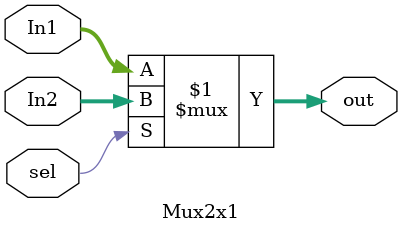
<source format=v>
module Mux2x1 (
    input  [31:0] In1,
    input  [31:0] In2,
    input sel,
    output [31:0] out
);

    assign out = sel ? In2 : In1;

endmodule

</source>
